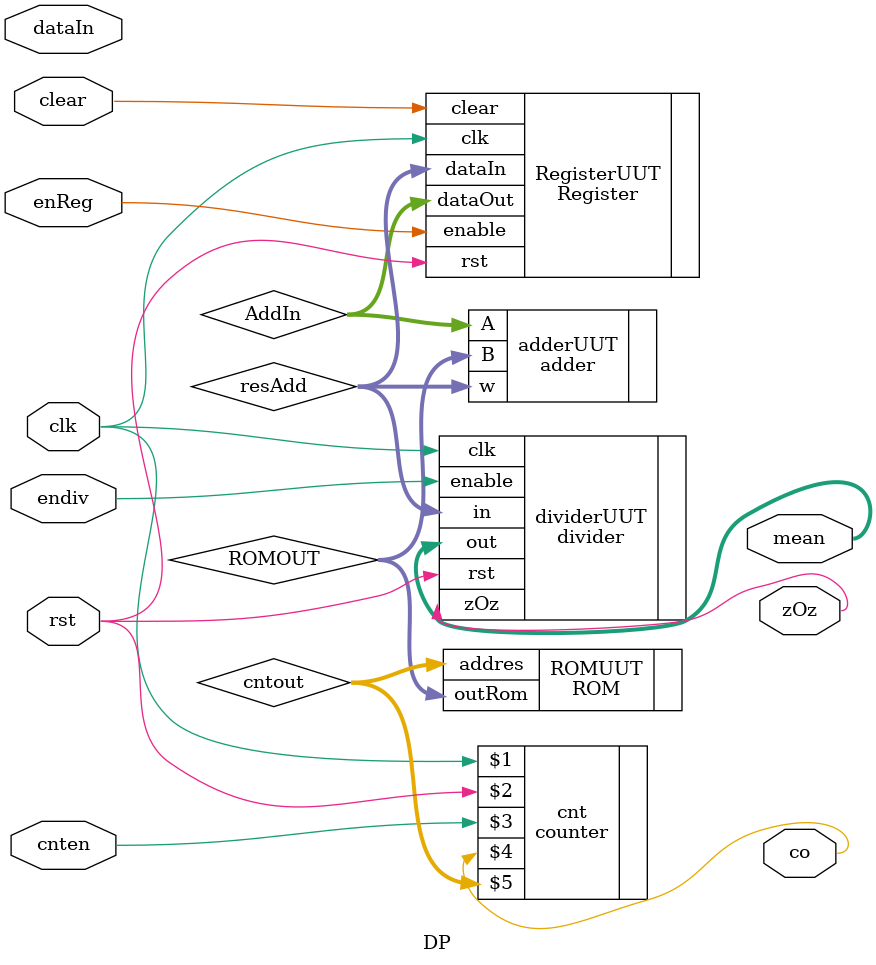
<source format=v>
module DP ( input clk , rst , enReg , cnten, clear, endiv ,input[7:0] dataIn ,output co, output [7:0] mean, output zOz);
    wire [7:0] resAdd , AddIn;
    wire [7:0] ROMOUT, cntout;

    Register RegisterUUT ( .clk(clk)  , .rst(rst), .enable(enReg) ,.clear(clear), .dataIn(resAdd) , .dataOut(AddIn) );
    ROM ROMUUT ( .addres(cntout) , .outRom(ROMOUT) );
    adder adderUUT(.A(AddIn), .B(ROMOUT), .w(resAdd));
    divider dividerUUT(.clk(clk) , .rst(rst) , .enable(endiv) , .in(resAdd) , .out(mean), .zOz(zOz));
    counter cnt(clk, rst, cnten, co, cntout);
endmodule
</source>
